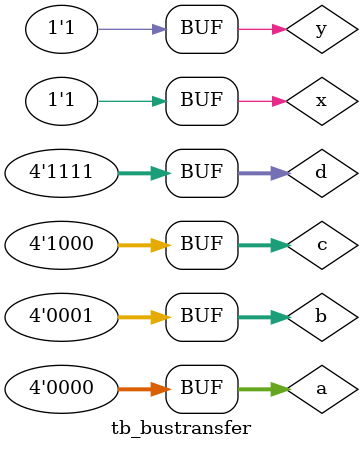
<source format=v>
module mux1x4 (
    input i1,i2, i3, i4,s0,s1,
    output y
    );
    
    
    not(ns0 , s0);
    not(ns1 , s1);

    and(w0, i1, ns0, ns1);
    and(w1, i2, ns0, s1);
    and(w2, i3, s0, ns1);
    and(w3, i4, s0, s1);

    or(y,w0,w1,w2,w3);

endmodule


module bustransfer (
    input [3:0] a,b,c,d,
    input x,y,
    output [3:0] bus
);

    mux1x4 m1(a[0],b[0],c[0],d[0],x,y,bus[0]);
    mux1x4 m2(a[1],b[1],c[1],d[1],x,y,bus[1]);
    mux1x4 m3(a[2],b[2],c[2],d[2],x,y,bus[2]);
    mux1x4 m4(a[3],b[3],c[3],d[3],x,y,bus[3]);
    
endmodule


module tb_bustransfer ();

    reg [3:0] a,b,c,d;
    reg x,y;
    wire [3:0] bus;

    bustransfer bust(a,b,c,d,x,y,bus);

    initial begin
        a = 4'b0000;
        b = 4'b0001;
        c = 4'b1000;
        d = 4'b1111;
        x = 0;
        y = 0;
        #100;

        a = 4'b0000;
        b = 4'b0001;
        c = 4'b1000;
        d = 4'b1111;
        x = 0;
        y = 1;
        #100;

        a = 4'b0000;
        b = 4'b0001;
        c = 4'b1000;
        d = 4'b1111;
        x = 1;
        y = 0;
        #100;

        a = 4'b0000;
        b = 4'b0001;
        c = 4'b1000;
        d = 4'b1111;
        x = 1;
        y = 1;
        #100;

        
    end

    
endmodule


</source>
